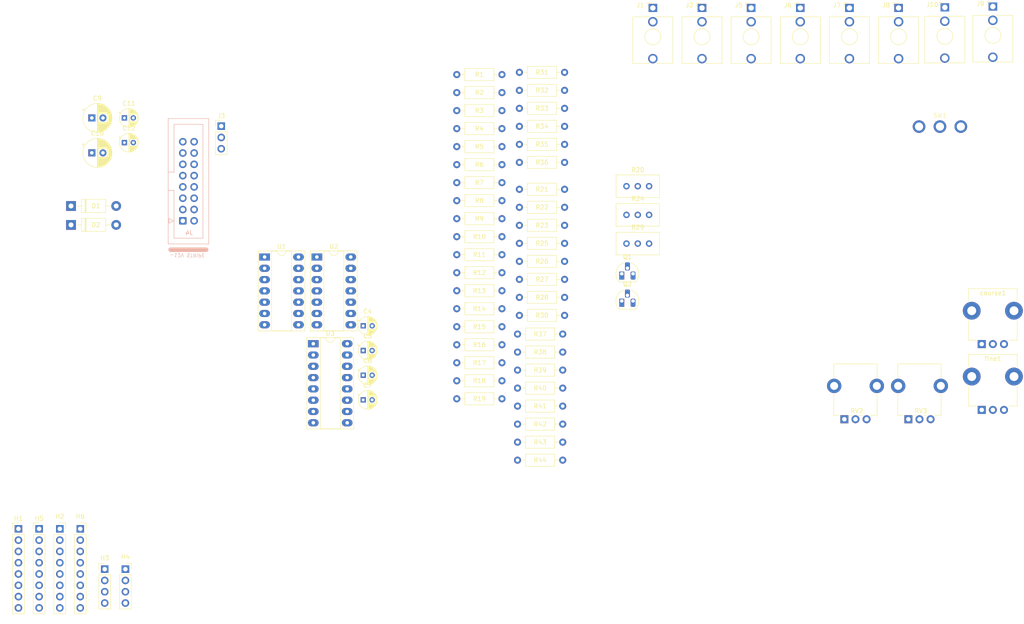
<source format=kicad_pcb>
(kicad_pcb (version 20240108) (generator "pcbnew") (generator_version "8.0")
  (layers (0 "F.Cu" signal) (31 "B.Cu" signal) (34 "B.Paste" user) (35 "F.Paste" user) (36 "B.SilkS" user "B.Silkscreen") (37 "F.SilkS" user "F.Silkscreen") (38 "B.Mask" user) (39 "F.Mask" user) (44 "Edge.Cuts" user))
  (net 0 "")
  (net 1 "+12V")
  (net 2 "GNDREF")
  (net 3 "-12V")
  (net 27 "Net-(J5-PadT)")
  (net 29 "/cv_input/CV_INPUT")
  (net 30 "Net-(J9-PadT)")
  (net 31 "Net-(J10-PadT)")
  (net 32 "Net-(Q1-C)")
  (net 33 "Net-(Q1-E)")
  (net 34 "Net-(Q1-B)")
  (net 35 "Net-(Q2-C)")
  (net 36 "Net-(Q2-B)")
  (net 37 "Net-(Q2-E)")
  (net 38 "/LIN_FM")
  (net 39 "/FREQ")
  (net 40 "/SAW +-5V PP")
  (net 41 "Net-(U1C--)")
  (net 42 "/TRI +-5V PP")
  (net 43 "Net-(U1A-+)")
  (net 44 "/VPWM")
  (net 45 "/PULSE +-5V PP")
  (net 46 "/PULSE 0-12V PP")
  (net 47 "/SINE +-5V PP")
  (net 48 "/SOFT SYNC")
  (net 49 "Net-(SW1-B)")
  (net 50 "/HARD SYNC")
  (net 51 "/SAW 0-10V PP")
  (net 52 "/TRI 0-5V PP")
  (net 53 "/HI_FREQ_TRACK")
  (net 54 "Net-(R39-Pad2)")
  (net 55 "Net-(R38-Pad1)")
  (net 56 "Net-(R37-Pad2)")
  (net 57 "Net-(R40-Pad2)")
  (net 69 "Net-(C2-Pad1)")
  (net 70 "Net-(C1-Pad1)")
  (net 71 "Net-(J3-Pin_3)")
  (net 77 "Net-(J6-PadT)")
  (net 80 "Net-(J7-PadT)")
  (net 81 "Net-(J8-PadT)")
  (net 83 "Net-(C2-Pad2)")
  (net 84 "Net-(C3-Pad1)")
  (net 85 "Net-(U3-SCALE1)")
  (net 86 "Net-(R4-Pad1)")
  (net 87 "Net-(U3-VEE)")
  (net 88 "Net-(U3-SCALE2)")
  (net 89 "Net-(U3-VS)")
  (net 90 "Net-(U2C-+)")
  (net 91 "Net-(U2A-+)")
  (net 92 "Net-(U2B-+)")
  (net 93 "Net-(U2C--)")
  (net 94 "Net-(R24-Pad2)")
  (net 95 "Net-(R31-Pad2)")
  (net 96 "Net-(R32-Pad1)")
  (net 97 "Net-(R33-Pad2)")
  (net 98 "Net-(R34-Pad2)")
  (net 99 "Net-(U1A--)")
  (net 100 "Net-(C16-Pad1)")
  (net 101 "Net-(R44-Pad2)")
  (net 102 "Net-(U1B--)")
  (net 103 "Net-(U1D--)")
  (net 104 "Net-(U3-CAP)")
  (footprint "Synth:PinSocket_1x04_P2.54mm_Vertical" (layer "F.Cu") (at 41.95 143.61)
    (property "Reference" "H4" (at 0 -2.77 0) (layer "F.SilkS"))
    (property "Value" "BTM_4_SGL")
    (pad "1" thru_hole rect (at 0 0) (size 1.7 1.7) (drill 1) (layers "*.Cu" "*.Mask"))
    (pad "2" thru_hole oval (at 0 2.54) (size 1.7 1.7) (drill 1) (layers "*.Cu" "*.Mask"))
    (pad "3" thru_hole oval (at 0 5.08) (size 1.7 1.7) (drill 1) (layers "*.Cu" "*.Mask"))
    (pad "4" thru_hole oval (at 0 7.62) (size 1.7 1.7) (drill 1) (layers "*.Cu" "*.Mask"))
  )
  (footprint "Synth:R_Default (DIN0207)" (layer "F.Cu") (at 130.57 35.95)
    (property "Reference" "R32" (at 5.05 0 0) (layer "F.SilkS"))
    (property "Value" "470K")
    (pad "1" thru_hole circle (at -0.03 0) (size 1.6 1.6) (drill 0.8) (layers "*.Cu" "*.Mask") (net 96 "Net-(R32-Pad1)"))
    (pad "2" thru_hole oval (at 10.13 0) (size 1.6 1.6) (drill 0.8) (layers "*.Cu" "*.Mask") (net 1 "+12V"))
  )
  (footprint "Synth:PinHeader_1x04_P2.54mm_Vertical" (layer "F.Cu") (at 37.3 143.61)
    (property "Reference" "H3" (at 0 -2.5 0) (layer "F.SilkS"))
    (property "Value" "TOP_4_SGL")
    (pad "1" thru_hole rect (at 0 0) (size 1.7 1.7) (drill 1) (layers "*.Cu" "*.Mask"))
    (pad "2" thru_hole oval (at 0 2.54) (size 1.7 1.7) (drill 1) (layers "*.Cu" "*.Mask"))
    (pad "3" thru_hole oval (at 0 5.08) (size 1.7 1.7) (drill 1) (layers "*.Cu" "*.Mask"))
    (pad "4" thru_hole oval (at 0 7.62) (size 1.7 1.7) (drill 1) (layers "*.Cu" "*.Mask"))
  )
  (footprint "Synth:R_Default (DIN0207)" (layer "F.Cu") (at 130.57 70.35)
    (property "Reference" "R25" (at 5.05 0 0) (layer "F.SilkS"))
    (property "Value" "18K")
    (pad "1" thru_hole circle (at -0.03 0) (size 1.6 1.6) (drill 0.8) (layers "*.Cu" "*.Mask") (net 3 "-12V"))
    (pad "2" thru_hole oval (at 10.13 0) (size 1.6 1.6) (drill 0.8) (layers "*.Cu" "*.Mask") (net 94 "Net-(R24-Pad2)"))
  )
  (footprint "Synth:R_Default (DIN0207)" (layer "F.Cu") (at 116.49 101.25)
    (property "Reference" "R18" (at 5.05 0 0) (layer "F.SilkS"))
    (property "Value" "1K")
    (pad "1" thru_hole circle (at -0.03 0) (size 1.6 1.6) (drill 0.8) (layers "*.Cu" "*.Mask") (net 40 "/SAW +-5V PP"))
    (pad "2" thru_hole oval (at 10.13 0) (size 1.6 1.6) (drill 0.8) (layers "*.Cu" "*.Mask") (net 80 "Net-(J7-PadT)"))
  )
  (footprint "Capacitor_THT:CP_Radial_D4.0mm_P2.00mm" (layer "F.Cu") (at 95.427401 94.45)
    (property "Reference" "C5" (at 1 -3.25 0) (layer "F.SilkS"))
    (property "Value" "0.1uF")
    (pad "1" thru_hole rect (at 0 0) (size 1.2 1.2) (drill 0.6) (layers "*.Cu" "*.Mask") (net 2 "GNDREF"))
    (pad "2" thru_hole circle (at 2 0) (size 1.2 1.2) (drill 0.6) (layers "*.Cu" "*.Mask") (net 3 "-12V"))
  )
  (footprint "Synth:R_Default (DIN0207)" (layer "F.Cu") (at 130.57 48.1)
    (property "Reference" "R35" (at 5.05 0 0) (layer "F.SilkS"))
    (property "Value" "100K")
    (pad "1" thru_hole circle (at -0.03 0) (size 1.6 1.6) (drill 0.8) (layers "*.Cu" "*.Mask") (net 44 "/VPWM"))
    (pad "2" thru_hole oval (at 10.13 0) (size 1.6 1.6) (drill 0.8) (layers "*.Cu" "*.Mask") (net 99 "Net-(U1A--)"))
  )
  (footprint "Synth:R_Default (DIN0207)" (layer "F.Cu") (at 116.49 76.95)
    (property "Reference" "R12" (at 5.05 0 0) (layer "F.SilkS"))
    (property "Value" "100K")
    (pad "1" thru_hole circle (at -0.03 0) (size 1.6 1.6) (drill 0.8) (layers "*.Cu" "*.Mask") (net 2 "GNDREF"))
    (pad "2" thru_hole oval (at 10.13 0) (size 1.6 1.6) (drill 0.8) (layers "*.Cu" "*.Mask") (net 91 "Net-(U2A-+)"))
  )
  (footprint "Synth:PinSocket_1x08_P2.54mm_Vertical" (layer "F.Cu") (at 27.2 134.54)
    (property "Reference" "H2" (at 0 -2.77 0) (layer "F.SilkS"))
    (property "Value" "BTM_8_SGL")
    (pad "1" thru_hole rect (at 0 0) (size 1.7 1.7) (drill 1) (layers "*.Cu" "*.Mask"))
    (pad "2" thru_hole oval (at 0 2.54) (size 1.7 1.7) (drill 1) (layers "*.Cu" "*.Mask"))
    (pad "3" thru_hole oval (at 0 5.08) (size 1.7 1.7) (drill 1) (layers "*.Cu" "*.Mask"))
    (pad "4" thru_hole oval (at 0 7.62) (size 1.7 1.7) (drill 1) (layers "*.Cu" "*.Mask"))
    (pad "5" thru_hole oval (at 0 10.16) (size 1.7 1.7) (drill 1) (layers "*.Cu" "*.Mask"))
    (pad "6" thru_hole oval (at 0 12.7) (size 1.7 1.7) (drill 1) (layers "*.Cu" "*.Mask"))
    (pad "7" thru_hole oval (at 0 15.24) (size 1.7 1.7) (drill 1) (layers "*.Cu" "*.Mask"))
    (pad "8" thru_hole oval (at 0 17.78) (size 1.7 1.7) (drill 1) (layers "*.Cu" "*.Mask"))
  )
  (footprint "Synth:R_Default (DIN0207)" (layer "F.Cu") (at 130.15 111)
    (property "Reference" "R42" (at 5.05 0 0) (layer "F.SilkS"))
    (property "Value" "100K")
    (pad "1" thru_hole circle (at -0.03 0) (size 1.6 1.6) (drill 0.8) (layers "*.Cu" "*.Mask") (net 39 "/FREQ"))
    (pad "2" thru_hole oval (at 10.13 0) (size 1.6 1.6) (drill 0.8) (layers "*.Cu" "*.Mask") (net 31 "Net-(J10-PadT)"))
  )
  (footprint "Synth:R_Default (DIN0207)" (layer "F.Cu") (at 116.49 64.8)
    (property "Reference" "R9" (at 5.05 0 0) (layer "F.SilkS"))
    (property "Value" "820")
    (pad "1" thru_hole circle (at -0.03 0) (size 1.6 1.6) (drill 0.8) (layers "*.Cu" "*.Mask") (net 3 "-12V"))
    (pad "2" thru_hole oval (at 10.13 0) (size 1.6 1.6) (drill 0.8) (layers "*.Cu" "*.Mask") (net 87 "Net-(U3-VEE)"))
  )
  (footprint "Synth:Jack_3.5mm_QingPu_WQP-PJ398SM_Vertical_CircularHoles" (layer "F.Cu") (at 204.75 23.9)
    (property "Reference" "J7" (at -2.8 -7.1 180) (layer "F.SilkS"))
    (property "Value" "SAW")
    (pad "S" thru_hole rect (at 0 -6.48 180) (size 1.93 1.83) (drill 1.22) (layers "*.Cu" "*.Mask") (net 2 "GNDREF"))
    (pad "T" thru_hole circle (at 0 4.92 180) (size 2.13 2.13) (drill 1.43) (layers "*.Cu" "*.Mask") (net 80 "Net-(J7-PadT)"))
    (pad "TN" thru_hole circle (at 0 -3.38 180) (size 2.13 2.13) (drill 1.42) (layers "*.Cu" "*.Mask"))
  )
  (footprint "Synth:Potentiometer_TT_P0915N" (layer "F.Cu") (at 237 100.3)
    (property "Reference" "fine1" (at 0 -4 0) (layer "F.SilkS"))
    (property "Value" "B100K")
    (pad "" thru_hole oval (at -4.75 0) (size 4 4) (drill 2) (layers "*.Cu" "*.Mask"))
    (pad "" thru_hole oval (at 4.75 0) (size 4 4) (drill 2) (layers "*.Cu" "*.Mask"))
    (pad "1" thru_hole rect (at -2.5 7.5) (size 1.8 1.8) (drill 1) (layers "*.Cu" "*.Mask") (net 1 "+12V"))
    (pad "2" thru_hole circle (at 0 7.5) (size 1.8 1.8) (drill 1) (layers "*.Cu" "*.Mask") (net 57 "Net-(R40-Pad2)"))
    (pad "3" thru_hole circle (at 2.5 7.5) (size 1.8 1.8) (drill 1) (layers "*.Cu" "*.Mask") (net 2 "GNDREF"))
  )
  (footprint "Package_DIP:DIP-16_W7.62mm_Socket_LongPads" (layer "F.Cu") (at 84.2 92.92)
    (property "Reference" "U3" (at 3.81 -2.33 0) (layer "F.SilkS"))
    (property "Value" "CEM3340")
    (pad "1" thru_hole rect (at 0 0) (size 2.4 1.6) (drill 0.8) (layers "*.Cu" "*.Mask") (net 85 "Net-(U3-SCALE1)"))
    (pad "2" thru_hole oval (at 0 2.54) (size 2.4 1.6) (drill 0.8) (layers "*.Cu" "*.Mask") (net 88 "Net-(U3-SCALE2)"))
    (pad "3" thru_hole oval (at 0 5.08) (size 2.4 1.6) (drill 0.8) (layers "*.Cu" "*.Mask") (net 87 "Net-(U3-VEE)"))
    (pad "4" thru_hole oval (at 0 7.62) (size 2.4 1.6) (drill 0.8) (layers "*.Cu" "*.Mask") (net 46 "/PULSE 0-12V PP"))
    (pad "5" thru_hole oval (at 0 10.16) (size 2.4 1.6) (drill 0.8) (layers "*.Cu" "*.Mask") (net 44 "/VPWM"))
    (pad "6" thru_hole oval (at 0 12.7) (size 2.4 1.6) (drill 0.8) (layers "*.Cu" "*.Mask") (net 50 "/HARD SYNC"))
    (pad "7" thru_hole oval (at 0 15.24) (size 2.4 1.6) (drill 0.8) (layers "*.Cu" "*.Mask") (net 53 "/HI_FREQ_TRACK"))
    (pad "8" thru_hole oval (at 0 17.78) (size 2.4 1.6) (drill 0.8) (layers "*.Cu" "*.Mask") (net 51 "/SAW 0-10V PP"))
    (pad "9" thru_hole oval (at 7.62 17.78) (size 2.4 1.6) (drill 0.8) (layers "*.Cu" "*.Mask") (net 48 "/SOFT SYNC"))
    (pad "10" thru_hole oval (at 7.62 15.24) (size 2.4 1.6) (drill 0.8) (layers "*.Cu" "*.Mask") (net 52 "/TRI 0-5V PP"))
    (pad "11" thru_hole oval (at 7.62 12.7) (size 2.4 1.6) (drill 0.8) (layers "*.Cu" "*.Mask") (net 104 "Net-(U3-CAP)"))
    (pad "12" thru_hole oval (at 7.62 10.16) (size 2.4 1.6) (drill 0.8) (layers "*.Cu" "*.Mask") (net 2 "GNDREF"))
    (pad "13" thru_hole oval (at 7.62 7.62) (size 2.4 1.6) (drill 0.8) (layers "*.Cu" "*.Mask") (net 38 "/LIN_FM"))
    (pad "14" thru_hole oval (at 7.62 5.08) (size 2.4 1.6) (drill 0.8) (layers "*.Cu" "*.Mask") (net 89 "Net-(U3-VS)"))
    (pad "15" thru_hole oval (at 7.62 2.54) (size 2.4 1.6) (drill 0.8) (layers "*.Cu" "*.Mask") (net 39 "/FREQ"))
    (pad "16" thru_hole oval (at 7.62 0) (size 2.4 1.6) (drill 0.8) (layers "*.Cu" "*.Mask") (net 1 "+12V"))
  )
  (footprint "Capacitor_THT:CP_Radial_D4.0mm_P2.00mm" (layer "F.Cu") (at 95.427401 100)
    (property "Reference" "C6" (at 1 -3.25 0) (layer "F.SilkS"))
    (property "Value" "0.1uF")
    (pad "1" thru_hole rect (at 0 0) (size 1.2 1.2) (drill 0.6) (layers "*.Cu" "*.Mask") (net 1 "+12V"))
    (pad "2" thru_hole circle (at 2 0) (size 1.2 1.2) (drill 0.6) (layers "*.Cu" "*.Mask") (net 2 "GNDREF"))
  )
  (footprint "Capacitor_THT:CP_Radial_D4.0mm_P2.00mm" (layer "F.Cu") (at 95.427401 88.9)
    (property "Reference" "C4" (at 1 -3.25 0) (layer "F.SilkS"))
    (property "Value" "0.1uF")
    (pad "1" thru_hole rect (at 0 0) (size 1.2 1.2) (drill 0.6) (layers "*.Cu" "*.Mask") (net 1 "+12V"))
    (pad "2" thru_hole circle (at 2 0) (size 1.2 1.2) (drill 0.6) (layers "*.Cu" "*.Mask") (net 2 "GNDREF"))
  )
  (footprint "Connector_PinHeader_2.54mm:PinHeader_1x03_P2.54mm_Vertical" (layer "F.Cu") (at 63.5 44)
    (property "Reference" "J3" (at 0 -2.33 0) (layer "F.SilkS"))
    (property "Value" "CV_INPUT")
    (pad "1" thru_hole rect (at 0 0) (size 1.7 1.7) (drill 1) (layers "*.Cu" "*.Mask"))
    (pad "2" thru_hole oval (at 0 2.54) (size 1.7 1.7) (drill 1) (layers "*.Cu" "*.Mask") (net 29 "/cv_input/CV_INPUT"))
    (pad "3" thru_hole oval (at 0 5.08) (size 1.7 1.7) (drill 1) (layers "*.Cu" "*.Mask") (net 71 "Net-(J3-Pin_3)"))
  )
  (footprint "Package_TO_SOT_THT:TO-92L_HandSolder" (layer "F.Cu") (at 153.56 77.2)
    (property "Reference" "Q1" (at 1.27 -3.8 0) (layer "F.SilkS"))
    (property "Value" "2N3904")
    (pad "1" thru_hole rect (at 0 0) (size 1.1 1.8) (drill 0.75 (offset 0 0.4)) (layers "*.Cu" "*.Mask") (net 33 "Net-(Q1-E)"))
    (pad "2" thru_hole roundrect (at 1.27 -1.27) (size 1.1 1.8) (drill 0.75 (offset 0 -0.4)) (layers "*.Cu" "*.Mask") (net 34 "Net-(Q1-B)"))
    (pad "3" thru_hole roundrect (at 2.54 0) (size 1.1 1.8) (drill 0.75 (offset 0 0.4)) (layers "*.Cu" "*.Mask") (net 32 "Net-(Q1-C)"))
  )
  (footprint "Synth:R_Default (DIN0207)" (layer "F.Cu") (at 116.49 89.1)
    (property "Reference" "R15" (at 5.05 0 0) (layer "F.SilkS"))
    (property "Value" "10K, 1%")
    (pad "1" thru_hole circle (at -0.03 0) (size 1.6 1.6) (drill 0.8) (layers "*.Cu" "*.Mask") (net 42 "/TRI +-5V PP"))
    (pad "2" thru_hole oval (at 10.13 0) (size 1.6 1.6) (drill 0.8) (layers "*.Cu" "*.Mask") (net 93 "Net-(U2C--)"))
  )
  (footprint "Synth:R_Default (DIN0207)" (layer "F.Cu") (at 130.15 90.75)
    (property "Reference" "R37" (at 5.05 0 0) (layer "F.SilkS"))
    (property "Value" "100K")
    (pad "1" thru_hole circle (at -0.03 0) (size 1.6 1.6) (drill 0.8) (layers "*.Cu" "*.Mask") (net 1 "+12V"))
    (pad "2" thru_hole oval (at 10.13 0) (size 1.6 1.6) (drill 0.8) (layers "*.Cu" "*.Mask") (net 56 "Net-(R37-Pad2)"))
  )
  (footprint "Synth:R_Default (DIN0207)" (layer "F.Cu") (at 130.15 98.85)
    (property "Reference" "R39" (at 5.05 0 0) (layer "F.SilkS"))
    (property "Value" "100K")
    (pad "1" thru_hole circle (at -0.03 0) (size 1.6 1.6) (drill 0.8) (layers "*.Cu" "*.Mask") (net 39 "/FREQ"))
    (pad "2" thru_hole oval (at 10.13 0) (size 1.6 1.6) (drill 0.8) (layers "*.Cu" "*.Mask") (net 54 "Net-(R39-Pad2)"))
  )
  (footprint "Synth:R_Default (DIN0207)" (layer "F.Cu") (at 130.57 52.15)
    (property "Reference" "R36" (at 5.05 0 0) (layer "F.SilkS"))
    (property "Value" "4K7")
    (pad "1" thru_hole circle (at -0.03 0) (size 1.6 1.6) (drill 0.8) (layers "*.Cu" "*.Mask") (net 2 "GNDREF"))
    (pad "2" thru_hole oval (at 10.13 0) (size 1.6 1.6) (drill 0.8) (layers "*.Cu" "*.Mask") (net 44 "/VPWM"))
  )
  (footprint "Synth:R_Default (DIN0207)" (layer "F.Cu") (at 116.49 52.65)
    (property "Reference" "R6" (at 5.05 0 0) (layer "F.SilkS"))
    (property "Value" "1.8K")
    (pad "1" thru_hole circle (at -0.03 0) (size 1.6 1.6) (drill 0.8) (layers "*.Cu" "*.Mask") (net 2 "GNDREF"))
    (pad "2" thru_hole oval (at 10.13 0) (size 1.6 1.6) (drill 0.8) (layers "*.Cu" "*.Mask") (net 89 "Net-(U3-VS)"))
  )
  (footprint "Synth:D_DO-41_SOD81_P10.16mm_Horizontal" (layer "F.Cu") (at 29.77 66.2)
    (property "Reference" "D2" (at 5.55 0 0) (layer "F.SilkS"))
    (property "Value" "1N5819")
    (pad "1" thru_hole rect (at -0.05 0) (size 2.2 2.2) (drill 1.1) (layers "*.Cu" "*.Mask") (net 3 "-12V"))
    (pad "2" thru_hole oval (at 10.11 0) (size 2.2 2.2) (drill 1.1) (layers "*.Cu" "*.Mask") (net 3 "-12V"))
  )
  (footprint "Capacitor_THT:CP_Radial_D4.0mm_P2.00mm" (layer "F.Cu") (at 41.727401 47.7)
    (property "Reference" "C12" (at 1 -3.25 0) (layer "F.SilkS"))
    (property "Value" "0.1uF")
    (pad "1" thru_hole rect (at 0 0) (size 1.2 1.2) (drill 0.6) (layers "*.Cu" "*.Mask") (net 2 "GNDREF"))
    (pad "2" thru_hole circle (at 2 0) (size 1.2 1.2) (drill 0.6) (layers "*.Cu" "*.Mask") (net 3 "-12V"))
  )
  (footprint "Synth:R_Default (DIN0207)" (layer "F.Cu") (at 116.49 68.85)
    (property "Reference" "R10" (at 5.05 0 0) (layer "F.SilkS"))
    (property "Value" "10M (OPT)")
    (pad "1" thru_hole circle (at -0.03 0) (size 1.6 1.6) (drill 0.8) (layers "*.Cu" "*.Mask") (net 46 "/PULSE 0-12V PP"))
    (pad "2" thru_hole oval (at 10.13 0) (size 1.6 1.6) (drill 0.8) (layers "*.Cu" "*.Mask") (net 44 "/VPWM"))
  )
  (footprint "Package_DIP:DIP-14_W7.62mm_Socket_LongPads" (layer "F.Cu") (at 85 73.42)
    (property "Reference" "U2" (at 3.81 -2.33 0) (layer "F.SilkS"))
    (property "Value" "TL074")
    (pad "1" thru_hole rect (at 0 0) (size 2.4 1.6) (drill 0.8) (layers "*.Cu" "*.Mask") (net 40 "/SAW +-5V PP"))
    (pad "2" thru_hole oval (at 0 2.54) (size 2.4 1.6) (drill 0.8) (layers "*.Cu" "*.Mask") (net 40 "/SAW +-5V PP"))
    (pad "3" thru_hole oval (at 0 5.08) (size 2.4 1.6) (drill 0.8) (layers "*.Cu" "*.Mask") (net 91 "Net-(U2A-+)"))
    (pad "4" thru_hole oval (at 0 7.62) (size 2.4 1.6) (drill 0.8) (layers "*.Cu" "*.Mask") (net 1 "+12V"))
    (pad "5" thru_hole oval (at 0 10.16) (size 2.4 1.6) (drill 0.8) (layers "*.Cu" "*.Mask") (net 92 "Net-(U2B-+)"))
    (pad "6" thru_hole oval (at 0 12.7) (size 2.4 1.6) (drill 0.8) (layers "*.Cu" "*.Mask") (net 45 "/PULSE +-5V PP"))
    (pad "7" thru_hole oval (at 0 15.24) (size 2.4 1.6) (drill 0.8) (layers "*.Cu" "*.Mask") (net 45 "/PULSE +-5V PP"))
    (pad "8" thru_hole oval (at 7.62 15.24) (size 2.4 1.6) (drill 0.8) (layers "*.Cu" "*.Mask") (net 42 "/TRI +-5V PP"))
    (pad "9" thru_hole oval (at 7.62 12.7) (size 2.4 1.6) (drill 0.8) (layers "*.Cu" "*.Mask") (net 93 "Net-(U2C--)"))
    (pad "10" thru_hole oval (at 7.62 10.16) (size 2.4 1.6) (drill 0.8) (layers "*.Cu" "*.Mask") (net 90 "Net-(U2C-+)"))
    (pad "11" thru_hole oval (at 7.62 7.62) (size 2.4 1.6) (drill 0.8) (layers "*.Cu" "*.Mask") (net 3 "-12V"))
    (pad "12" thru_hole oval (at 7.62 5.08) (size 2.4 1.6) (drill 0.8) (layers "*.Cu" "*.Mask") (net 35 "Net-(Q2-C)"))
    (pad "13" thru_hole oval (at 7.62 2.54) (size 2.4 1.6) (drill 0.8) (layers "*.Cu" "*.Mask") (net 32 "Net-(Q1-C)"))
    (pad "14" thru_hole oval (at 7.62 0) (size 2.4 1.6) (drill 0.8) (layers "*.Cu" "*.Mask") (net 47 "/SINE +-5V PP"))
  )
  (footprint "Synth:R_Default (DIN0207)" (layer "F.Cu") (at 116.49 93.15)
    (property "Reference" "R16" (at 5.05 0 0) (layer "F.SilkS"))
    (property "Value" "1K")
    (pad "1" thru_hole circle (at -0.03 0) (size 1.6 1.6) (drill 0.8) (layers "*.Cu" "*.Mask") (net 45 "/PULSE +-5V PP"))
    (pad "2" thru_hole oval (at 10.13 0) (size 1.6 1.6) (drill 0.8) (layers "*.Cu" "*.Mask") (net 27 "Net-(J5-PadT)"))
  )
  (footprint "Potentiometer_THT:Potentiometer_Bourns_3296W_Vertical" (layer "F.Cu") (at 159.7 70.4)
    (property "Reference" "R29" (at -2.54 -3.66 0) (layer "F.SilkS"))
    (property "Value" "5K")
    (pad "1" thru_hole circle (at 0 0) (size 1.44 1.44) (drill 0.8) (layers "*.Cu" "*.Mask") (net 32 "Net-(Q1-C)"))
    (pad "2" thru_hole circle (at -2.54 0) (size 1.44 1.44) (drill 0.8) (layers "*.Cu" "*.Mask") (net 2 "GNDREF"))
    (pad "3" thru_hole circle (at -5.08 0) (size 1.44 1.44) (drill 0.8) (layers "*.Cu" "*.Mask") (net 2 "GNDREF"))
  )
  (footprint "Synth:PinHeader_1x08_P2.54mm_Vertical" (layer "F.Cu") (at 17.9 134.54)
    (property "Reference" "H1" (at 0 -2.33 0) (layer "F.SilkS"))
    (property "Value" "TOP_8_SGL")
    (pad "1" thru_hole rect (at 0 0) (size 1.7 1.7) (drill 1) (layers "*.Cu" "*.Mask"))
    (pad "2" thru_hole oval (at 0 2.54) (size 1.7 1.7) (drill 1) (layers "*.Cu" "*.Mask"))
    (pad "3" thru_hole oval (at 0 5.08) (size 1.7 1.7) (drill 1) (layers "*.Cu" "*.Mask"))
    (pad "4" thru_hole oval (at 0 7.62) (size 1.7 1.7) (drill 1) (layers "*.Cu" "*.Mask"))
    (pad "5" thru_hole oval (at 0 10.16) (size 1.7 1.7) (drill 1) (layers "*.Cu" "*.Mask"))
    (pad "6" thru_hole oval (at 0 12.7) (size 1.7 1.7) (drill 1) (layers "*.Cu" "*.Mask"))
    (pad "7" thru_hole oval (at 0 15.24) (size 1.7 1.7) (drill 1) (layers "*.Cu" "*.Mask"))
    (pad "8" thru_hole oval (at 0 17.78) (size 1.7 1.7) (drill 1) (layers "*.Cu" "*.Mask"))
  )
  (footprint "Synth:R_Default (DIN0207)" (layer "F.Cu") (at 130.57 44.05)
    (property "Reference" "R34" (at 5.05 0 0) (layer "F.SilkS"))
    (property "Value" "470K")
    (pad "1" thru_hole circle (at -0.03 0) (size 1.6 1.6) (drill 0.8) (layers "*.Cu" "*.Mask") (net 43 "Net-(U1A-+)"))
    (pad "2" thru_hole oval (at 10.13 0) (size 1.6 1.6) (drill 0.8) (layers "*.Cu" "*.Mask") (net 98 "Net-(R34-Pad2)"))
  )
  (footprint "Synth:R_Default (DIN0207)" (layer "F.Cu") (at 116.49 44.55)
    (property "Reference" "R4" (at 5.05 0 0) (layer "F.SilkS"))
    (property "Value" "24K")
    (pad "1" thru_hole circle (at -0.03 0) (size 1.6 1.6) (drill 0.8) (layers "*.Cu" "*.Mask") (net 86 "Net-(R4-Pad1)"))
    (pad "2" thru_hole oval (at 10.13 0) (size 1.6 1.6) (drill 0.8) (layers "*.Cu" "*.Mask") (net 85 "Net-(U3-SCALE1)"))
  )
  (footprint "Package_DIP:DIP-14_W7.62mm_Socket_LongPads" (layer "F.Cu") (at 73.25 73.42)
    (property "Reference" "U1" (at 3.81 -2.33 0) (layer "F.SilkS"))
    (property "Value" "TL074")
    (pad "1" thru_hole rect (at 0 0) (size 2.4 1.6) (drill 0.8) (layers "*.Cu" "*.Mask") (net 44 "/VPWM"))
    (pad "2" thru_hole oval (at 0 2.54) (size 2.4 1.6) (drill 0.8) (layers "*.Cu" "*.Mask") (net 99 "Net-(U1A--)"))
    (pad "3" thru_hole oval (at 0 5.08) (size 2.4 1.6) (drill 0.8) (layers "*.Cu" "*.Mask") (net 43 "Net-(U1A-+)"))
    (pad "4" thru_hole oval (at 0 7.62) (size 2.4 1.6) (drill 0.8) (layers "*.Cu" "*.Mask") (net 1 "+12V"))
    (pad "5" thru_hole oval (at 0 10.16) (size 2.4 1.6) (drill 0.8) (layers "*.Cu" "*.Mask") (net 2 "GNDREF"))
    (pad "6" thru_hole oval (at 0 12.7) (size 2.4 1.6) (drill 0.8) (layers "*.Cu" "*.Mask") (net 102 "Net-(U1B--)"))
    (pad "7" thru_hole oval (at 0 15.24) (size 2.4 1.6) (drill 0.8) (layers "*.Cu" "*.Mask") (net 102 "Net-(U1B--)"))
    (pad "8" thru_hole oval (at 7.62 15.24) (size 2.4 1.6) (drill 0.8) (layers "*.Cu" "*.Mask") (net 41 "Net-(U1C--)"))
    (pad "9" thru_hole oval (at 7.62 12.7) (size 2.4 1.6) (drill 0.8) (layers "*.Cu" "*.Mask") (net 41 "Net-(U1C--)"))
    (pad "10" thru_hole oval (at 7.62 10.16) (size 2.4 1.6) (drill 0.8) (layers "*.Cu" "*.Mask") (net 2 "GNDREF"))
    (pad "11" thru_hole oval (at 7.62 7.62) (size 2.4 1.6) (drill 0.8) (layers "*.Cu" "*.Mask") (net 3 "-12V"))
    (pad "12" thru_hole oval (at 7.62 5.08) (size 2.4 1.6) (drill 0.8) (layers "*.Cu" "*.Mask") (net 2 "GNDREF"))
    (pad "13" thru_hole oval (at 7.62 2.54) (size 2.4 1.6) (drill 0.8) (layers "*.Cu" "*.Mask") (net 103 "Net-(U1D--)"))
    (pad "14" thru_hole oval (at 7.62 0) (size 2.4 1.6) (drill 0.8) (layers "*.Cu" "*.Mask") (net 103 "Net-(U1D--)"))
  )
  (footprint "Capacitor_THT:CP_Radial_D6.3mm_P2.50mm" (layer "F.Cu") (at 34.4 42.15)
    (property "Reference" "C9" (at 1.25 -4.4 0) (layer "F.SilkS"))
    (property "Value" "47uF")
    (pad "1" thru_hole rect (at 0 0) (size 1.6 1.6) (drill 0.8) (layers "*.Cu" "*.Mask") (net 1 "+12V"))
    (pad "2" thru_hole circle (at 2.5 0) (size 1.6 1.6) (drill 0.8) (layers "*.Cu" "*.Mask") (net 2 "GNDREF"))
  )
  (footprint "Synth:R_Default (DIN0207)" (layer "F.Cu") (at 130.57 66.3)
    (property "Reference" "R23" (at 5.05 0 0) (layer "F.SilkS"))
    (property "Value" "390R")
    (pad "1" thru_hole circle (at -0.03 0) (size 1.6 1.6) (drill 0.8) (layers "*.Cu" "*.Mask") (net 33 "Net-(Q1-E)"))
    (pad "2" thru_hole oval (at 10.13 0) (size 1.6 1.6) (drill 0.8) (layers "*.Cu" "*.Mask") (net 37 "Net-(Q2-E)"))
  )
  (footprint "Synth:Jack_3.5mm_QingPu_WQP-PJ398SM_Vertical_CircularHoles" (layer "F.Cu") (at 160.55 23.9)
    (property "Reference" "J1" (at -2.8 -7.1 180) (layer "F.SilkS"))
    (property "Value" "FM")
    (pad "S" thru_hole rect (at 0 -6.48 180) (size 1.93 1.83) (drill 1.22) (layers "*.Cu" "*.Mask") (net 2 "GNDREF"))
    (pad "T" thru_hole circle (at 0 4.92 180) (size 2.13 2.13) (drill 1.43) (layers "*.Cu" "*.Mask") (net 69 "Net-(C2-Pad1)"))
    (pad "TN" thru_hole circle (at 0 -3.38 180) (size 2.13 2.13) (drill 1.42) (layers "*.Cu" "*.Mask"))
  )
  (footprint "Synth:R_Default (DIN0207)" (layer "F.Cu") (at 116.49 36.45)
    (property "Reference" "R2" (at 5.05 0 0) (layer "F.SilkS"))
    (property "Value" "1M")
    (pad "1" thru_hole circle (at -0.03 0) (size 1.6 1.6) (drill 0.8) (layers "*.Cu" "*.Mask") (net 83 "Net-(C2-Pad2)"))
    (pad "2" thru_hole oval (at 10.13 0) (size 1.6 1.6) (drill 0.8) (layers "*.Cu" "*.Mask") (net 38 "/LIN_FM"))
  )
  (footprint "Synth:SW_default" (layer "F.Cu") (at 225.1 44.1)
    (property "Reference" "SW1" (at 0 -2.5 0) (layer "F.SilkS") (effects (font (thickness 0.1))))
    (property "Value" "HARD/SOFT")
    (pad "1" thru_hole circle (at -4.7 0) (size 2.85 2.85) (drill 1.85) (layers "*.Cu" "*.Mask") (net 50 "/HARD SYNC"))
    (pad "2" thru_hole circle (at 0 0) (size 2.85 2.85) (drill 1.85) (layers "*.Cu" "*.Mask") (net 49 "Net-(SW1-B)"))
    (pad "3" thru_hole circle (at 4.7 0) (size 2.85 2.85) (drill 1.85) (layers "*.Cu" "*.Mask") (net 48 "/SOFT SYNC"))
  )
  (footprint "Synth:R_Default (DIN0207)" (layer "F.Cu") (at 116.49 81)
    (property "Reference" "R13" (at 5.05 0 0) (layer "F.SilkS"))
    (property "Value" "100K")
    (pad "1" thru_hole circle (at -0.03 0) (size 1.6 1.6) (drill 0.8) (layers "*.Cu" "*.Mask") (net 2 "GNDREF"))
    (pad "2" thru_hole oval (at 10.13 0) (size 1.6 1.6) (drill 0.8) (layers "*.Cu" "*.Mask") (net 92 "Net-(U2B-+)"))
  )
  (footprint "Capacitor_THT:CP_Radial_D6.3mm_P2.50mm" (layer "F.Cu") (at 34.4 50)
    (property "Reference" "C10" (at 1.25 -4.4 0) (layer "F.SilkS"))
    (property "Value" "47uF")
    (pad "1" thru_hole rect (at 0 0) (size 1.6 1.6) (drill 0.8) (layers "*.Cu" "*.Mask") (net 2 "GNDREF"))
    (pad "2" thru_hole circle (at 2.5 0) (size 1.6 1.6) (drill 0.8) (layers "*.Cu" "*.Mask") (net 3 "-12V"))
  )
  (footprint "Synth:R_Default (DIN0207)" (layer "F.Cu") (at 130.15 106.95)
    (property "Reference" "R41" (at 5.05 0 0) (layer "F.SilkS"))
    (property "Value" "360K")
    (pad "1" thru_hole circle (at -0.03 0) (size 1.6 1.6) (drill 0.8) (layers "*.Cu" "*.Mask") (net 39 "/FREQ"))
    (pad "2" thru_hole oval (at 10.13 0) (size 1.6 1.6) (drill 0.8) (layers "*.Cu" "*.Mask") (net 1 "+12V"))
  )
  (footprint "Package_TO_SOT_THT:TO-92L_HandSolder" (layer "F.Cu") (at 153.56 83.31)
    (property "Reference" "Q2" (at 1.27 -3.8 0) (layer "F.SilkS"))
    (property "Value" "2N3904")
    (pad "1" thru_hole rect (at 0 0) (size 1.1 1.8) (drill 0.75 (offset 0 0.4)) (layers "*.Cu" "*.Mask") (net 37 "Net-(Q2-E)"))
    (pad "2" thru_hole roundrect (at 1.27 -1.27) (size 1.1 1.8) (drill 0.75 (offset 0 -0.4)) (layers "*.Cu" "*.Mask") (net 36 "Net-(Q2-B)"))
    (pad "3" thru_hole roundrect (at 2.54 0) (size 1.1 1.8) (drill 0.75 (offset 0 0.4)) (layers "*.Cu" "*.Mask") (net 35 "Net-(Q2-C)"))
  )
  (footprint "Synth:R_Default (DIN0207)" (layer "F.Cu") (at 116.49 72.9)
    (property "Reference" "R11" (at 5.05 0 0) (layer "F.SilkS"))
    (property "Value" "100K")
    (pad "1" thru_hole circle (at -0.03 0) (size 1.6 1.6) (drill 0.8) (layers "*.Cu" "*.Mask") (net 2 "GNDREF"))
    (pad "2" thru_hole oval (at 10.13 0) (size 1.6 1.6) (drill 0.8) (layers "*.Cu" "*.Mask") (net 90 "Net-(U2C-+)"))
  )
  (footprint "Synth:R_Default (DIN0207)" (layer "F.Cu") (at 130.15 119.1)
    (property "Reference" "R44" (at 5.05 0 0) (layer "F.SilkS"))
    (property "Value" "1M")
    (pad "1" thru_hole circle (at -0.03 0) (size 1.6 1.6) (drill 0.8) (layers "*.Cu" "*.Mask") (net 39 "/FREQ"))
    (pad "2" thru_hole oval (at 10.13 0) (size 1.6 1.6) (drill 0.8) (layers "*.Cu" "*.Mask") (net 101 "Net-(R44-Pad2)"))
  )
  (footprint "Synth:R_Default (DIN0207)" (layer "F.Cu") (at 130.57 86.55)
    (property "Reference" "R30" (at 5.05 0 0) (layer "F.SilkS"))
    (property "Value" "20K, 1%")
    (pad "1" thru_hole circle (at -0.03 0) (size 1.6 1.6) (drill 0.8) (layers "*.Cu" "*.Mask") (net 47 "/SINE +-5V PP"))
    (pad "2" thru_hole oval (at 10.13 0) (size 1.6 1.6) (drill 0.8) (layers "*.Cu" "*.Mask") (net 32 "Net-(Q1-C)"))
  )
  (footprint "Synth:Potentiometer_Alpha_RD901F-40-00D_Single_Vertical_CircularHoles" (layer "F.Cu") (at 220.5 102.4)
    (property "Reference" "RV3" (at 0.3 5.6 0) (layer "F.SilkS"))
    (property "Value" "B100K")
    (pad "" thru_hole circle (at -4.8 0 180) (size 3.24 3.24) (drill 1.8) (layers "*.Cu" "*.Mask"))
    (pad "" thru_hole circle (at 4.8 0 180) (size 3.24 3.24) (drill 1.8) (layers "*.Cu" "*.Mask"))
    (pad "1" thru_hole rect (at -2.5 7.5 180) (size 1.8 1.8) (drill 1) (layers "*.Cu" "*.Mask") (net 96 "Net-(R32-Pad1)"))
    (pad "2" thru_hole circle (at 0 7.5 180) (size 1.8 1.8) (drill 1) (layers "*.Cu" "*.Mask") (net 98 "Net-(R34-Pad2)"))
    (pad "3" thru_hole circle (at 2.5 7.5 180) (size 1.8 1.8) (drill 1) (layers "*.Cu" "*.Mask") (net 95 "Net-(R31-Pad2)"))
  )
  (footprint "Synth:D_DO-41_SOD81_P10.16mm_Horizontal" (layer "F.Cu") (at 29.77 61.95)
    (property "Reference" "D1" (at 5.55 0 0) (layer "F.SilkS"))
    (property "Value" "1N5819")
    (pad "1" thru_hole rect (at -0.05 0) (size 2.2 2.2) (drill 1.1) (layers "*.Cu" "*.Mask") (net 1 "+12V"))
    (pad "2" thru_hole oval (at 10.11 0) (size 2.2 2.2) (drill 1.1) (layers "*.Cu" "*.Mask") (net 1 "+12V"))
  )
  (footprint "Synth:R_Default (DIN0207)" (layer "F.Cu") (at 116.49 32.4)
    (property "Reference" "R1" (at 5.05 0 0) (layer "F.SilkS"))
    (property "Value" "1.5M")
    (pad "1" thru_hole circle (at -0.03 0) (size 1.6 1.6) (drill 0.8) (layers "*.Cu" "*.Mask") (net 1 "+12V"))
    (pad "2" thru_hole oval (at 10.13 0) (size 1.6 1.6) (drill 0.8) (layers "*.Cu" "*.Mask") (net 38 "/LIN_FM"))
  )
  (footprint "Capacitor_THT:CP_Radial_D4.0mm_P2.00mm" (layer "F.Cu") (at 41.727401 42.15)
    (property "Reference" "C11" (at 1 -3.25 0) (layer "F.SilkS"))
    (property "Value" "0.1uF")
    (pad "1" thru_hole rect (at 0 0) (size 1.2 1.2) (drill 0.6) (layers "*.Cu" "*.Mask") (net 1 "+12V"))
    (pad "2" thru_hole circle (at 2 0) (size 1.2 1.2) (drill 0.6) (layers "*.Cu" "*.Mask") (net 2 "GNDREF"))
  )
  (footprint "Synth:R_Default (DIN0207)" (layer "F.Cu") (at 116.49 105.3)
    (property "Reference" "R19" (at 5.05 0 0) (layer "F.SilkS"))
    (property "Value" "1K")
    (pad "1" thru_hole circle (at -0.03 0) (size 1.6 1.6) (drill 0.8) (layers "*.Cu" "*.Mask") (net 81 "Net-(J8-PadT)"))
    (pad "2" thru_hole oval (at 10.13 0) (size 1.6 1.6) (drill 0.8) (layers "*.Cu" "*.Mask") (net 47 "/SINE +-5V PP"))
  )
  (footprint "Synth:R_Default (DIN0207)" (layer "F.Cu") (at 130.57 40)
    (property "Reference" "R33" (at 5.05 0 0) (layer "F.SilkS"))
    (property "Value" "470K")
    (pad "1" thru_hole circle (at -0.03 0) (size 1.6 1.6) (drill 0.8) (layers "*.Cu" "*.Mask") (net 43 "Net-(U1A-+)"))
    (pad "2" thru_hole oval (at 10.13 0) (size 1.6 1.6) (drill 0.8) (layers "*.Cu" "*.Mask") (net 97 "Net-(R33-Pad2)"))
  )
  (footprint "Synth:Jack_3.5mm_QingPu_WQP-PJ398SM_Vertical_CircularHoles" (layer "F.Cu") (at 215.8 23.9)
    (property "Reference" "J8" (at -2.8 -7.1 180) (layer "F.SilkS"))
    (property "Value" "SIN")
    (pad "S" thru_hole rect (at 0 -6.48 180) (size 1.93 1.83) (drill 1.22) (layers "*.Cu" "*.Mask") (net 2 "GNDREF"))
    (pad "T" thru_hole circle (at 0 4.92 180) (size 2.13 2.13) (drill 1.43) (layers "*.Cu" "*.Mask") (net 81 "Net-(J8-PadT)"))
    (pad "TN" thru_hole circle (at 0 -3.38 180) (size 2.13 2.13) (drill 1.42) (layers "*.Cu" "*.Mask"))
  )
  (footprint "Synth:PinSocket_1x08_P2.54mm_Vertical" (layer "F.Cu") (at 31.8 134.54)
    (property "Reference" "H6" (at 0 -2.77 0) (layer "F.SilkS"))
    (property "Value" "BTM_8_PWR")
    (pad "1" thru_hole rect (at 0 0) (size 1.7 1.7) (drill 1) (layers "*.Cu" "*.Mask") (net 1 "+12V"))
    (pad "2" thru_hole oval (at 0 2.54) (size 1.7 1.7) (drill 1) (layers "*.Cu" "*.Mask"))
    (pad "3" thru_hole oval (at 0 5.08) (size 1.7 1.7) (drill 1) (layers "*.Cu" "*.Mask"))
    (pad "4" thru_hole oval (at 0 7.62) (size 1.7 1.7) (drill 1) (layers "*.Cu" "*.Mask") (net 2 "GNDREF"))
    (pad "5" thru_hole oval (at 0 10.16) (size 1.7 1.7) (drill 1) (layers "*.Cu" "*.Mask") (net 2 "GNDREF"))
    (pad "6" thru_hole oval (at 0 12.7) (size 1.7 1.7) (drill 1) (layers "*.Cu" "*.Mask"))
    (pad "7" thru_hole oval (at 0 15.24) (size 1.7 1.7) (drill 1) (layers "*.Cu" "*.Mask"))
    (pad "8" thru_hole oval (at 0 17.78) (size 1.7 1.7) (drill 1) (layers "*.Cu" "*.Mask") (net 3 "-12V"))
  )
  (footprint "Capacitor_THT:CP_Radial_D4.0mm_P2.00mm" (layer "F.Cu") (at 95.427401 105.55)
    (property "Reference" "C7" (at 1 -3.25 0) (layer "F.SilkS"))
    (property "Value" "0.1uF")
    (pad "1" thru_hole rect (at 0 0) (size 1.2 1.2) (drill 0.6) (layers "*.Cu" "*.Mask") (net 2 "GNDREF"))
    (pad "2" thru_hole circle (at 2 0) (size 1.2 1.2) (drill 0.6) (layers "*.Cu" "*.Mask") (net 3 "-12V"))
  )
  (footprint "Synth:R_Default (DIN0207)" (layer "F.Cu") (at 130.15 94.8)
    (property "Reference" "R38" (at 5.05 0 0) (layer "F.SilkS"))
    (property "Value" "220K")
    (pad "1" thru_hole circle (at -0.03 0) (size 1.6 1.6) (drill 0.8) (layers "*.Cu" "*.Mask") (net 55 "Net-(R38-Pad1)"))
    (pad "2" thru_hole oval (at 10.13 0) (size 1.6 1.6) (drill 0.8) (layers "*.Cu" "*.Mask") (net 3 "-12V"))
  )
  (footprint "Synth:R_Default (DIN0207)" (layer "F.Cu") (at 116.49 48.6)
    (property "Reference" "R5" (at 5.05 0 0) (layer "F.SilkS"))
    (property "Value" "5.6K")
    (pad "1" thru_hole circle (at -0.03 0) (size 1.6 1.6) (drill 0.8) (layers "*.Cu" "*.Mask") (net 87 "Net-(U3-VEE)"))
    (pad "2" thru_hole oval (at 10.13 0) (size 1.6 1.6) (drill 0.8) (layers "*.Cu" "*.Mask") (net 88 "Net-(U3-SCALE2)"))
  )
  (footprint "Synth:Jack_3.5mm_QingPu_WQP-PJ398SM_Vertical_CircularHoles" (layer "F.Cu") (at 226.2 23.78)
    (property "Reference" "J10" (at -2.8 -7.1 180) (layer "F.SilkS"))
    (property "Value" "1V/OCT")
    (pad "S" thru_hole rect (at 0 -6.48 180) (size 1.93 1.83) (drill 1.22) (layers "*.Cu" "*.Mask") (net 2 "GNDREF"))
    (pad "T" thru_hole circle (at 0 4.92 180) (size 2.13 2.13) (drill 1.43) (layers "*.Cu" "*.Mask") (net 31 "Net-(J10-PadT)"))
    (pad "TN" thru_hole circle (at 0 -3.38 180) (size 2.13 2.13) (drill 1.42) (layers "*.Cu" "*.Mask") (net 29 "/cv_input/CV_INPUT"))
  )
  (footprint "Synth:R_Default (DIN0207)" (layer "F.Cu") (at 116.49 60.75)
    (property "Reference" "R8" (at 5.05 0 0) (layer "F.SilkS"))
    (property "Value" "10")
    (pad "1" thru_hole circle (at -0.03 0) (size 1.6 1.6) (drill 0.8) (layers "*.Cu" "*.Mask") (net 3 "-12V"))
    (pad "2" thru_hole oval (at 10.13 0) (size 1.6 1.6) (drill 0.8) (layers "*.Cu" "*.Mask") (net 3 "-12V"))
  )
  (footprint "Synth:R_Default (DIN0207)" (layer "F.Cu") (at 130.15 115.05)
    (property "Reference" "R43" (at 5.05 0 0) (layer "F.SilkS"))
    (property "Value" "470")
    (pad "1" thru_hole circle (at -0.03 0) (size 1.6 1.6) (drill 0.8) (layers "*.Cu" "*.Mask") (net 39 "/FREQ"))
    (pad "2" thru_hole oval (at 10.13 0) (size 1.6 1.6) (drill 0.8) (layers "*.Cu" "*.Mask") (net 100 "Net-(C16-Pad1)"))
  )
  (footprint "Synth:R_Default (DIN0207)" (layer "F.Cu") (at 130.57 78.45)
    (property "Reference" "R27" (at 5.05 0 0) (layer "F.SilkS"))
    (property "Value" "2.2K, 1%")
    (pad "1" thru_hole circle (at -0.03 0) (size 1.6 1.6) (drill 0.8) (layers "*.Cu" "*.Mask") (net 36 "Net-(Q2-B)"))
    (pad "2" thru_hole oval (at 10.13 0) (size 1.6 1.6) (drill 0.8) (layers "*.Cu" "*.Mask") (net 2 "GNDREF"))
  )
  (footprint "Synth:Jack_3.5mm_QingPu_WQP-PJ398SM_Vertical_CircularHoles" (layer "F.Cu") (at 182.65 23.9)
    (property "Reference" "J5" (at -2.8 -7.1 180) (layer "F.SilkS"))
    (property "Value" "SQR")
    (pad "S" thru_hole rect (at 0 -6.48 180) (size 1.93 1.83) (drill 1.22) (layers "*.Cu" "*.Mask") (net 2 "GNDREF"))
    (pad "T" thru_hole circle (at 0 4.92 180) (size 2.13 2.13) (drill 1.43) (layers "*.Cu" "*.Mask") (net 27 "Net-(J5-PadT)"))
    (pad "TN" thru_hole circle (at 0 -3.38 180) (size 2.13 2.13) (drill 1.42) (layers "*.Cu" "*.Mask"))
  )
  (footprint "Synth:Potentiometer_Alpha_RD901F-40-00D_Single_Vertical_CircularHoles" (layer "F.Cu") (at 206.11 102.4)
    (property "Reference" "RV2" (at 0.3 5.6 0) (layer "F.SilkS"))
    (property "Value" "B100K")
    (pad "" thru_hole circle (at -4.8 0 180) (size 3.24 3.24) (drill 1.8) (layers "*.Cu" "*.Mask"))
    (pad "" thru_hole circle (at 4.8 0 180) (size 3.24 3.24) (drill 1.8) (layers "*.Cu" "*.Mask"))
    (pad "1" thru_hole rect (at -2.5 7.5 180) (size 1.8 1.8) (drill 1) (layers "*.Cu" "*.Mask") (net 30 "Net-(J9-PadT)"))
    (pad "2" thru_hole circle (at 0 7.5 180) (size 1.8 1.8) (drill 1) (layers "*.Cu" "*.Mask") (net 97 "Net-(R33-Pad2)"))
    (pad "3" thru_hole circle (at 2.5 7.5 180) (size 1.8 1.8) (drill 1) (layers "*.Cu" "*.Mask") (net 2 "GNDREF"))
  )
  (footprint "Potentiometer_THT:Potentiometer_Bourns_3296W_Vertical" (layer "F.Cu") (at 159.7 57.5)
    (property "Reference" "R20" (at -2.54 -3.66 0) (layer "F.SilkS"))
    (property "Value" "100K")
    (pad "1" thru_hole circle (at 0 0) (size 1.44 1.44) (drill 0.8) (layers "*.Cu" "*.Mask") (net 42 "/TRI +-5V PP"))
    (pad "2" thru_hole circle (at -2.54 0) (size 1.44 1.44) (drill 0.8) (layers "*.Cu" "*.Mask") (net 42 "/TRI +-5V PP"))
    (pad "3" thru_hole circle (at -5.08 0) (size 1.44 1.44) (drill 0.8) (layers "*.Cu" "*.Mask") (net 34 "Net-(Q1-B)"))
  )
  (footprint "Synth:R_Default (DIN0207)" (layer "F.Cu") (at 116.49 40.5)
    (property "Reference" "R3" (at 5.05 0 0) (layer "F.SilkS"))
    (property "Value" "470")
    (pad "1" thru_hole circle (at -0.03 0) (size 1.6 1.6) (drill 0.8) (layers "*.Cu" "*.Mask") (net 84 "Net-(C3-Pad1)"))
    (pad "2" thru_hole oval (at 10.13 0) (size 1.6 1.6) (drill 0.8) (layers "*.Cu" "*.Mask") (net 38 "/LIN_FM"))
  )
  (footprint "Synth:R_Default (DIN0207)" (layer "F.Cu") (at 130.57 31.9)
    (property "Reference" "R31" (at 5.05 0 0) (layer "F.SilkS"))
    (property "Value" "1K")
    (pad "1" thru_hole circle (at -0.03 0) (size 1.6 1.6) (drill 0.8) (layers "*.Cu" "*.Mask") (net 2 "GNDREF"))
    (pad "2" thru_hole oval (at 10.13 0) (size 1.6 1.6) (drill 0.8) (layers "*.Cu" "*.Mask") (net 95 "Net-(R31-Pad2)"))
  )
  (footprint "Synth:Jack_3.5mm_QingPu_WQP-PJ398SM_Vertical_CircularHoles" (layer "F.Cu") (at 171.6 23.9)
    (property "Reference" "J2" (at -2.8 -7.1 180) (layer "F.SilkS"))
    (property "Value" "SYNC")
    (pad "S" thru_hole rect (at 0 -6.48 180) (size 1.93 1.83) (drill 1.22) (layers "*.Cu" "*.Mask") (net 2 "GNDREF"))
    (pad "T" thru_hole circle (at 0 4.92 180) (size 2.13 2.13) (drill 1.43) (layers "*.Cu" "*.Mask") (net 70 "Net-(C1-Pad1)"))
    (pad "TN" thru_hole circle (at 0 -3.38 180) (size 2.13 2.13) (drill 1.42) (layers "*.Cu" "*.Mask") (net 2 "GNDREF"))
  )
  (footprint "Synth:R_Default (DIN0207)" (layer "F.Cu") (at 130.15 102.9)
    (property "Reference" "R40" (at 5.05 0 0) (layer "F.SilkS"))
    (property "Value" "1M")
    (pad "1" thru_hole circle (at -0.03 0) (size 1.6 1.6) (drill 0.8) (layers "*.Cu" "*.Mask") (net 39 "/FREQ"))
    (pad "2" thru_hole oval (at 10.13 0) (size 1.6 1.6) (drill 0.8) (layers "*.Cu" "*.Mask") (net 57 "Net-(R40-Pad2)"))
  )
  (footprint "Synth:R_Default (DIN0207)" (layer "F.Cu") (at 130.57 82.5)
    (property "Reference" "R28" (at 5.05 0 0) (layer "F.SilkS"))
    (property "Value" "20K, 1%")
    (pad "1" thru_hole circle (at -0.03 0) (size 1.6 1.6) (drill 0.8) (layers "*.Cu" "*.Mask") (net 2 "GNDREF"))
    (pad "2" thru_hole oval (at 10.13 0) (size 1.6 1.6) (drill 0.8) (layers "*.Cu" "*.Mask") (net 35 "Net-(Q2-C)"))
  )
  (footprint "Synth:Jack_3.5mm_QingPu_WQP-PJ398SM_Vertical_CircularHoles" (layer "F.Cu") (at 237 23.58)
    (property "Reference" "J9" (at -2.8 -7.1 180) (layer "F.SilkS"))
    (property "Value" "PWM")
    (pad "S" thru_hole rect (at 0 -6.48 180) (size 1.93 1.83) (drill 1.22) (layers "*.Cu" "*.Mask") (net 2 "GNDREF"))
    (pad "T" thru_hole circle (at 0 4.92 180) (size 2.13 2.13) (drill 1.43) (layers "*.Cu" "*.Mask") (net 30 "Net-(J9-PadT)"))
    (pad "TN" thru_hole circle (at 0 -3.38 180) (size 2.13 2.13) (drill 1.42) (layers "*.Cu" "*.Mask"))
  )
  (footprint "Synth:R_Default (DIN0207)" (layer "F.Cu") (at 116.49 56.7)
    (property "Reference" "R7" (at 5.05 0 0) (layer "F.SilkS"))
    (property "Value" "10")
    (pad "1" thru_hole circle (at -0.03 0) (size 1.6 1.6) (drill 0.8) (layers "*.Cu" "*.Mask") (net 1 "+12V"))
    (pad "2" thru_hole oval (at 10.13 0) (size 1.6 1.6) (drill 0.8) (layers "*.Cu" "*.Mask") (net 1 "+12V"))
  )
  (footprint "Synth:R_Default (DIN0207)" (layer "F.Cu") (at 116.49 97.2)
    (property "Reference" "R17" (at 5.05 0 0) (layer "F.SilkS"))
    (property "Value" "1K")
    (pad "1" thru_hole circle (at -0.03 0) (size 1.6 1.6) (drill 0.8) (layers "*.Cu" "*.Mask") (net 42 "/TRI +-5V PP"))
    (pad "2" thru_hole oval (at 10.13 0) (size 1.6 1.6) (drill 0.8) (layers "*.Cu" "*.Mask") (net 77 "Net-(J6-PadT)"))
  )
  (footprint "Synth:Potentiometer_TT_P0915N" (layer "F.Cu") (at 237 85.5)
    (property "Reference" "course1" (at 0 -4 0) (layer "F.SilkS"))
    (property "Value" "B100K")
    (pad "" thru_hole oval (at -4.75 0) (size 4 4) (drill 2) (layers "*.Cu" "*.Mask"))
    (pad "" thru_hole oval (at 4.75 0) (size 4 4) (drill 2) (layers "*.Cu" "*.Mask"))
    (pad "1" thru_hole rect (at -2.5 7.5) (size 1.8 1.8) (drill 1) (layers "*.Cu" "*.Mask") (net 56 "Net-(R37-Pad2)"))
    (pad "2" thru_hole circle (at 0 7.5) (size 1.8 1.8) (drill 1) (layers "*.Cu" "*.Mask") (net 54 "Net-(R39-Pad2)"))
    (pad "3" thru_hole circle (at 2.5 7.5) (size 1.8 1.8) (drill 1) (layers "*.Cu" "*.Mask") (net 55 "Net-(R38-Pad1)"))
  )
  (footprint "Synth:R_Default (DIN0207)" (layer "F.Cu") (at 130.57 58.2)
    (property "Reference" "R21" (at 5.05 0 0) (layer "F.SilkS"))
    (property "Value" "2.2K, 1%")
    (pad "1" thru_hole circle (at -0.03 0) (size 1.6 1.6) (drill 0.8) (layers "*.Cu" "*.Mask") (net 2 "GNDREF"))
    (pad "2" thru_hole oval (at 10.13 0) (size 1.6 1.6) (drill 0.8) (layers "*.Cu" "*.Mask") (net 34 "Net-(Q1-B)"))
  )
  (footprint "Synth:PinHeader_1x08_P2.54mm_Vertical" (layer "F.Cu") (at 22.55 134.54)
    (property "Reference" "H5" (at 0 -2.33 0) (layer "F.SilkS"))
    (property "Value" "TOP_8_PWR")
    (pad "1" thru_hole rect (at 0 0) (size 1.7 1.7) (drill 1) (layers "*.Cu" "*.Mask") (net 1 "+12V"))
    (pad "2" thru_hole oval (at 0 2.54) (size 1.7 1.7) (drill 1) (layers "*.Cu" "*.Mask"))
    (pad "3" thru_hole oval (at 0 5.08) (size 1.7 1.7) (drill 1) (layers "*.Cu" "*.Mask"))
    (pad "4" thru_hole oval (at 0 7.62) (size 1.7 1.7) (drill 1) (layers "*.Cu" "*.Mask") (net 2 "GNDREF"))
    (pad "5" thru_hole oval (at 0 10.16) (size 1.7 1.7) (drill 1) (layers "*.Cu" "*.Mask") (net 2 "GNDREF"))
    (pad "6" thru_hole oval (at 0 12.7) (size 1.7 1.7) (drill 1) (layers "*.Cu" "*.Mask"))
    (pad "7" thru_hole oval (at 0 15.24) (size 1.7 1.7) (drill 1) (layers "*.Cu" "*.Mask"))
    (pad "8" thru_hole oval (at 0 17.78) (size 1.7 1.7) (drill 1) (layers "*.Cu" "*.Mask") (net 3 "-12V"))
  )
  (footprint "Synth:R_Default (DIN0207)" (layer "F.Cu") (at 130.57 74.4)
    (property "Reference" "R26" (at 5.05 0 0) (layer "F.SilkS"))
    (property "Value" "10K, 1%")
    (pad "1" thru_hole circle (at -0.03 0) (size 1.6 1.6) (drill 0.8) (layers "*.Cu" "*.Mask") (net 35 "Net-(Q2-C)"))
    (pad "2" thru_hole oval (at 10.13 0) (size 1.6 1.6) (drill 0.8) (layers "*.Cu" "*.Mask") (net 1 "+12V"))
  )
  (footprint "Potentiometer_THT:Potentiometer_Bourns_3296W_Vertical" (layer "F.Cu") (at 159.7 63.95)
    (property "Reference" "R24" (at -2.54 -3.66 0) (layer "F.SilkS"))
    (property "Value" "50K")
    (pad "1" thru_hole circle (at 0 0) (size 1.44 1.44) (drill 0.8) (layers "*.Cu" "*.Mask") (net 37 "Net-(Q2-E)"))
    (pad "2" thru_hole circle (at -2.54 0) (size 1.44 1.44) (drill 0.8) (layers "*.Cu" "*.Mask") (net 94 "Net-(R24-Pad2)"))
    (pad "3" thru_hole circle (at -5.08 0) (size 1.44 1.44) (drill 0.8) (layers "*.Cu" "*.Mask") (net 33 "Net-(Q1-E)"))
  )
  (footprint "Synth:R_Default (DIN0207)" (layer "F.Cu") (at 130.57 62.25)
    (property "Reference" "R22" (at 5.05 0 0) (layer "F.SilkS"))
    (property "Value" "10K, 1%")
    (pad "1" thru_hole circle (at -0.03 0) (size 1.6 1.6) (drill 0.8) (layers "*.Cu" "*.Mask") (net 32 "Net-(Q1-C)"))
    (pad "2" thru_hole oval (at 10.13 0) (size 1.6 1.6) (drill 0.8) (layers "*.Cu" "*.Mask") (net 1 "+12V"))
  )
  (footprint "Synth:Jack_3.5mm_QingPu_WQP-PJ398SM_Vertical_CircularHoles" (layer "F.Cu") (at 193.7 23.9)
    (property "Reference" "J6" (at -2.8 -7.1 180) (layer "F.SilkS"))
    (property "Value" "TRI")
    (pad "S" thru_hole rect (at 0 -6.48 180) (size 1.93 1.83) (drill 1.22) (layers "*.Cu" "*.Mask") (net 2 "GNDREF"))
    (pad "T" thru_hole circle (at 0 4.92 180) (size 2.13 2.13) (drill 1.43) (layers "*.Cu" "*.Mask") (net 77 "Net-(J6-PadT)"))
    (pad "TN" thru_hole circle (at 0 -3.38 180) (size 2.13 2.13) (drill 1.42) (layers "*.Cu" "*.Mask"))
  )
  (footprint "Synth:R_Default (DIN0207)" (layer "F.Cu") (at 116.49 85.05)
    (property "Reference" "R14" (at 5.05 0 0) (layer "F.SilkS"))
    (property "Value" "10K, 1%")
    (pad "1" thru_hole circle (at -0.03 0) (size 1.6 1.6) (drill 0.8) (layers "*.Cu" "*.Mask") (net 93 "Net-(U2C--)"))
    (pad "2" thru_hole oval (at 10.13 0) (size 1.6 1.6) (drill 0.8) (layers "*.Cu" "*.Mask") (net 2 "GNDREF"))
  )
  (footprint "Synth:IDC-Header_2x08_P2.54mm_Vertical" (layer "B.Cu") (at 54.86 65.28)
    (property "Reference" "J4" (at 1.4 2.7 360) (layer "B.SilkS") (effects (justify mirror)))
    (property "Value" "PWR")
    (fp_text user "-12V STRIPE" (at -3 7.25 180) (layer "B.SilkS") (effects (font (size 0.8 0.8) (thickness 0.1)) (justify left bottom mirror)))
    (pad "1" thru_hole roundrect (at 0 0) (size 1.7 1.7) (drill 1) (layers "*.Cu" "*.Mask") (roundrect_rratio 0.147059) (net 3 "-12V"))
    (pad "2" thru_hole circle (at 2.54 0) (size 1.7 1.7) (drill 1) (layers "*.Cu" "*.Mask") (net 3 "-12V"))
    (pad "3" thru_hole circle (at 0 -2.54) (size 1.7 1.7) (drill 1) (layers "*.Cu" "*.Mask") (net 2 "GNDREF"))
    (pad "4" thru_hole circle (at 2.54 -2.54) (size 1.7 1.7) (drill 1) (layers "*.Cu" "*.Mask") (net 2 "GNDREF"))
    (pad "5" thru_hole circle (at 0 -5.08) (size 1.7 1.7) (drill 1) (layers "*.Cu" "*.Mask") (net 2 "GNDREF"))
    (pad "6" thru_hole circle (at 2.54 -5.08) (size 1.7 1.7) (drill 1) (layers "*.Cu" "*.Mask") (net 2 "GNDREF"))
    (pad "7" thru_hole circle (at 0 -7.62) (size 1.7 1.7) (drill 1) (layers "*.Cu" "*.Mask") (net 2 "GNDREF"))
    (pad "8" thru_hole circle (at 2.54 -7.62) (size 1.7 1.7) (drill 1) (layers "*.Cu" "*.Mask") (net 2 "GNDREF"))
    (pad "9" thru_hole circle (at 0 -10.16) (size 1.7 1.7) (drill 1) (layers "*.Cu" "*.Mask") (net 1 "+12V"))
    (pad "10" thru_hole circle (at 2.54 -10.16) (size 1.7 1.7) (drill 1) (layers "*.Cu" "*.Mask") (net 1 "+12V"))
    (pad "11" thru_hole circle (at 0 -12.7) (size 1.7 1.7) (drill 1) (layers "*.Cu" "*.Mask"))
    (pad "12" thru_hole circle (at 2.54 -12.7) (size 1.7 1.7) (drill 1) (layers "*.Cu" "*.Mask"))
    (pad "13" thru_hole circle (at 0 -15.24) (size 1.7 1.7) (drill 1) (layers "*.Cu" "*.Mask") (net 71 "Net-(J3-Pin_3)"))
    (pad "14" thru_hole circle (at 2.54 -15.24) (size 1.7 1.7) (drill 1) (layers "*.Cu" "*.Mask") (net 71 "Net-(J3-Pin_3)"))
    (pad "15" thru_hole circle (at 0 -17.78) (size 1.7 1.7) (drill 1) (layers "*.Cu" "*.Mask"))
    (pad "16" thru_hole circle (at 2.54 -17.78) (size 1.7 1.7) (drill 1) (layers "*.Cu" "*.Mask"))
  )
)
</source>
